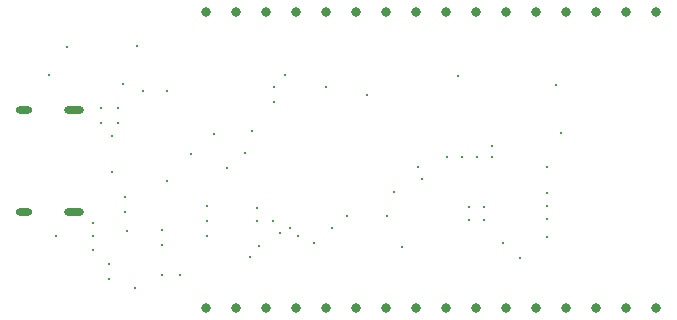
<source format=gbr>
%TF.GenerationSoftware,Altium Limited,Altium Designer,25.4.2 (15)*%
G04 Layer_Color=0*
%FSLAX45Y45*%
%MOMM*%
%TF.SameCoordinates,D428E1E4-D561-4EBD-83AA-0298DF20FA0A*%
%TF.FilePolarity,Positive*%
%TF.FileFunction,Plated,1,4,PTH,Drill*%
%TF.Part,Single*%
G01*
G75*
%TA.AperFunction,ComponentDrill*%
%ADD57O,1.70000X0.60000*%
%ADD58O,1.40000X0.60000*%
%ADD59C,0.81280*%
%TA.AperFunction,ViaDrill,NotFilled*%
%ADD60C,0.25400*%
D57*
X-2091192Y429965D02*
D03*
Y-434035D02*
D03*
D58*
X-2509192Y429965D02*
D03*
Y-434035D02*
D03*
D59*
X2586700Y1260345D02*
D03*
Y-1239655D02*
D03*
X2840700D02*
D03*
Y1260345D02*
D03*
X-969300D02*
D03*
X-715300D02*
D03*
X-969300Y-1239655D02*
D03*
X2078700Y1260345D02*
D03*
Y-1239655D02*
D03*
X2332700Y1260345D02*
D03*
Y-1239655D02*
D03*
X554700D02*
D03*
X808700D02*
D03*
X300700D02*
D03*
X1062700D02*
D03*
X1316700D02*
D03*
X46700D02*
D03*
X-207300D02*
D03*
X-461300D02*
D03*
X-715300D02*
D03*
X1570700D02*
D03*
X1824700D02*
D03*
Y1260345D02*
D03*
X1570700D02*
D03*
X-461300D02*
D03*
X1316700D02*
D03*
X1062700D02*
D03*
X808700D02*
D03*
X-207300D02*
D03*
X554700D02*
D03*
X46700D02*
D03*
X300700D02*
D03*
D60*
X-58420Y-693420D02*
D03*
X-193040Y-632460D02*
D03*
X-261620Y-566420D02*
D03*
X-642620Y66040D02*
D03*
X-581660Y259080D02*
D03*
X1682840Y-817561D02*
D03*
X-1794422Y-868175D02*
D03*
X1990178Y648205D02*
D03*
X-1553122Y975865D02*
D03*
X-1677582Y650745D02*
D03*
X-1095922Y61465D02*
D03*
X-796202Y-55375D02*
D03*
X1258658Y-497625D02*
D03*
X1385658D02*
D03*
X623658Y-263655D02*
D03*
X1545678Y-692915D02*
D03*
X1911438Y-642115D02*
D03*
X854798Y-154435D02*
D03*
X-537122Y-395735D02*
D03*
Y-505239D02*
D03*
X-1342302Y-964695D02*
D03*
X-966382Y-637035D02*
D03*
X-1794422Y-995175D02*
D03*
X-905422Y231645D02*
D03*
X47078Y630425D02*
D03*
X825500Y-50800D02*
D03*
X1449158Y127986D02*
D03*
X-305982Y729485D02*
D03*
X1258658Y-388115D02*
D03*
X1385658D02*
D03*
X1911438Y-380495D02*
D03*
Y-271275D02*
D03*
Y-47755D02*
D03*
X2033358Y236725D02*
D03*
X557240Y-467495D02*
D03*
X1911438Y-489715D02*
D03*
X1322158Y38605D02*
D03*
X1449158D02*
D03*
X1195158D02*
D03*
X1068158D02*
D03*
X-2147482Y963165D02*
D03*
X-2302422Y726945D02*
D03*
X-2241462Y-631955D02*
D03*
X-966382Y-510035D02*
D03*
Y-383035D02*
D03*
X-1926502Y-634495D02*
D03*
Y-748795D02*
D03*
Y-520195D02*
D03*
X-1189902Y-964695D02*
D03*
X-1342302Y-710695D02*
D03*
Y-583695D02*
D03*
X-1643380Y-595020D02*
D03*
X-1661160Y-427380D02*
D03*
Y-300380D02*
D03*
X-1857922Y320545D02*
D03*
X-1713142D02*
D03*
Y447545D02*
D03*
X-1857922D02*
D03*
X-1573442Y-1071375D02*
D03*
X-1766482Y-93475D02*
D03*
X-1769022Y208785D02*
D03*
X92909Y-563486D02*
D03*
X-1301100Y589895D02*
D03*
X-1502700D02*
D03*
X-519342Y-720855D02*
D03*
X-600622Y-811979D02*
D03*
X-1301100Y-172105D02*
D03*
X-392342Y627885D02*
D03*
Y500885D02*
D03*
X-405064Y-505239D02*
D03*
X-341542Y-611635D02*
D03*
X221960Y-467495D02*
D03*
X684240Y-729115D02*
D03*
X1164678Y724405D02*
D03*
X387438Y561845D02*
D03*
%TF.MD5,bb4af7dbffeeff7fbba7266961ea58ec*%
M02*

</source>
